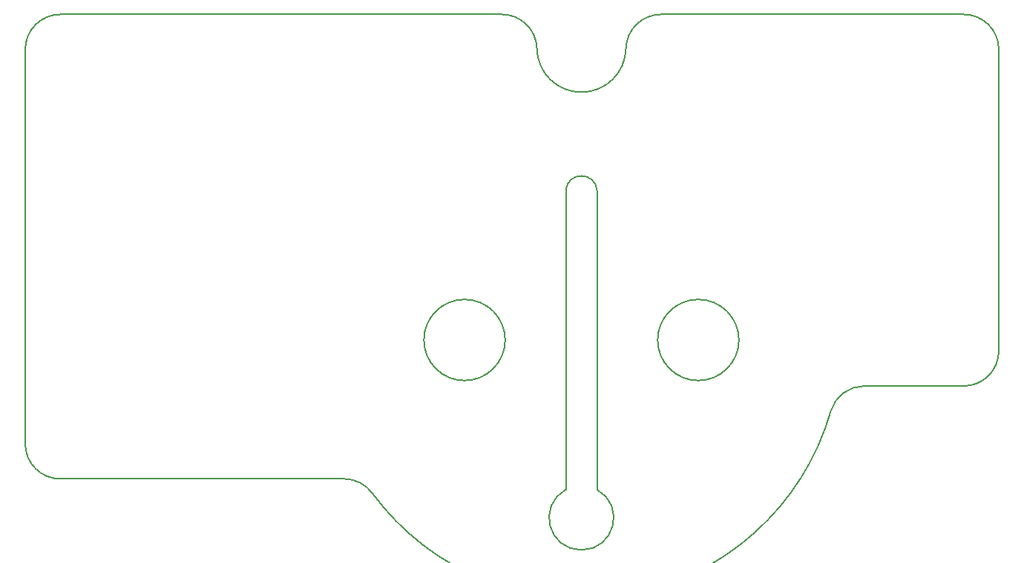
<source format=gm1>
G04 #@! TF.GenerationSoftware,KiCad,Pcbnew,(5.1.4-0-10_14)*
G04 #@! TF.CreationDate,2020-02-02T19:36:24-05:00*
G04 #@! TF.ProjectId,AIR_MOUNT_PLUS,4149525f-4d4f-4554-9e54-5f504c55532e,rev?*
G04 #@! TF.SameCoordinates,Original*
G04 #@! TF.FileFunction,Profile,NP*
%FSLAX46Y46*%
G04 Gerber Fmt 4.6, Leading zero omitted, Abs format (unit mm)*
G04 Created by KiCad (PCBNEW (5.1.4-0-10_14)) date 2020-02-02 19:36:24*
%MOMM*%
%LPD*%
G04 APERTURE LIST*
%ADD10C,0.200000*%
G04 APERTURE END LIST*
D10*
X89931851Y-113554266D02*
G75*
G03X89931851Y-113554266I-4635000J0D01*
G01*
X116601851Y-113554266D02*
G75*
G03X116601851Y-113554266I-4635000J0D01*
G01*
X100407653Y-130646432D02*
X100407653Y-96462100D01*
X100407653Y-96462099D02*
G75*
G03X96856049Y-96462100I-1775802J-122167D01*
G01*
X146256241Y-80343267D02*
G75*
G03X142256241Y-76343267I-4000000J0D01*
G01*
X107709862Y-76343266D02*
X142256241Y-76343266D01*
X96856047Y-130646433D02*
G75*
G03X100407653Y-130646432I1775804J-3227833D01*
G01*
X96856049Y-130646432D02*
X96856049Y-96462100D01*
X39175145Y-76343267D02*
G75*
G03X35175145Y-80343267I0J-4000000D01*
G01*
X35175145Y-125425457D02*
X35175145Y-80343267D01*
X130921573Y-118813266D02*
G75*
G03X127076529Y-121710708I0J-3999999D01*
G01*
X130921573Y-118813265D02*
X142256241Y-118813265D01*
X93552964Y-80259567D02*
G75*
G03X89553840Y-76343267I-3999124J-83700D01*
G01*
X39175145Y-76343266D02*
X89553840Y-76343266D01*
X74773847Y-131059205D02*
G75*
G03X71548812Y-129425457I-3225035J-2366252D01*
G01*
X74773847Y-131059206D02*
G75*
G03X127076529Y-121710708I23858004J17504940D01*
G01*
X142256241Y-118813265D02*
G75*
G03X146256241Y-114813265I0J4000000D01*
G01*
X146256241Y-114813265D02*
X146256241Y-80343267D01*
X107709863Y-76343267D02*
G75*
G03X103710738Y-80259566I-1J-4000000D01*
G01*
X93552964Y-80259567D02*
G75*
G03X103710738Y-80259566I5078887J106300D01*
G01*
X35175145Y-125425457D02*
G75*
G03X39175145Y-129425457I4000000J0D01*
G01*
X39175145Y-129425457D02*
X71548812Y-129425457D01*
M02*

</source>
